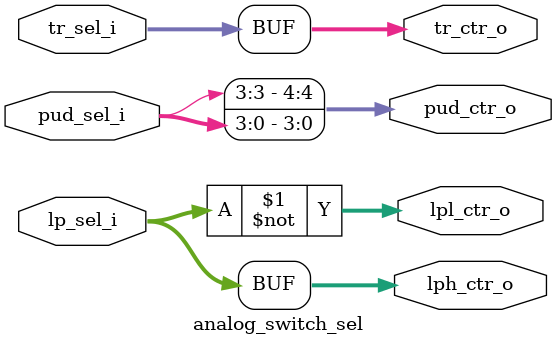
<source format=v>
`timescale 1ns / 1ns
module analog_switch_sel(
	//pci control
	input [3:0]pud_sel_i,			//set the pull-down/up resistance of an interface
	input [2:0]tr_sel_i,			//set the terminal resistance of the interface(lvds port, terminal match always have)
	input [3:0]lp_sel_i,			//set send and receive loops
	//analog switch interface
	output [4:0]pud_ctr_o,			//pull-up/down(the third and fourth bits are lvds)
	output [2:0]tr_ctr_o,			//terminal resistance(lvds port, terminal match always have)
	output [3:0]lph_ctr_o,			//loop P
	output [3:0]lpl_ctr_o			//loop N
    );

//channel 0,1:485
//channel 2:422
//channel 3:lvds

//pull-up/down control
assign pud_ctr_o = {pud_sel_i[3],pud_sel_i}; //one bit,one channel(0:close 1:open)
//terminal resistance control
assign tr_ctr_o = tr_sel_i; //one bit,one channel(0:close 1:open)
//loop control
assign lpl_ctr_o = ~lp_sel_i; //one bit,one channel(0:close 1:open)
assign lph_ctr_o = lp_sel_i; //one bit,one channel(0:open 1:close)
endmodule

</source>
